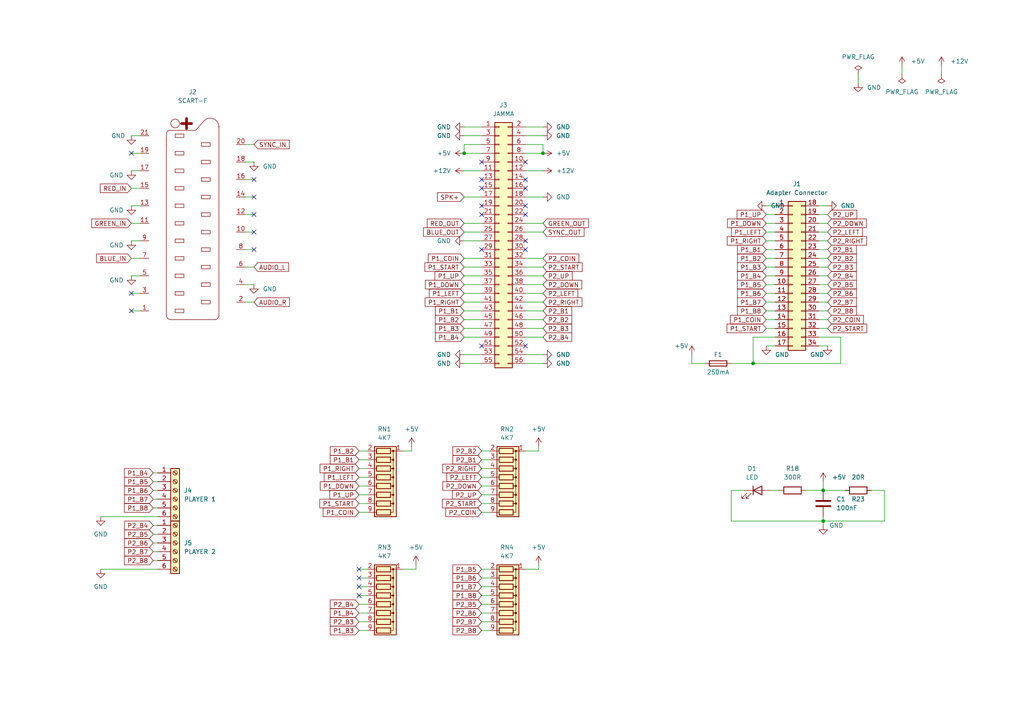
<source format=kicad_sch>
(kicad_sch (version 20211123) (generator eeschema)
  (paper "A4")
  (title_block (title "Jammacon") (date "2022-02-24") (rev "2.2") (company "Shane Kiely"))
  (lib_symbols
    (symbol "Connector:SCART-F" (pin_names (offset 0.762) hide)
      (property "Reference" "J" (at 0 31.75 0))
      (property "Value" "SCART-F" (at 1.016 -29.21 0))
      (symbol "SCART-F_0_1"
        (text "+" (at -1.778 29.21 0) (effects (font (size 3.81 3.81) bold)))
      )
      (symbol "SCART-F_1_1"
        (pin passive line (at -15.24 -25.4 0) (length 2.54) (name "P1") (number "1"))
        (pin passive line (at 15.24 -2.54 180) (length 2.54) (name "P10") (number "10"))
        (pin passive line (at -15.24 0 0) (length 2.54) (name "P11") (number "11"))
        (pin passive line (at 15.24 2.54 180) (length 2.54) (name "P12") (number "12"))
        (pin passive line (at -15.24 5.08 0) (length 2.54) (name "P13") (number "13"))
        (pin passive line (at 15.24 7.62 180) (length 2.54) (name "P14") (number "14"))
        (pin passive line (at -15.24 10.16 0) (length 2.54) (name "P15") (number "15"))
        (pin passive line (at 15.24 12.7 180) (length 2.54) (name "P16") (number "16"))
        (pin passive line (at -15.24 15.24 0) (length 2.54) (name "P17") (number "17"))
        (pin passive line (at 15.24 17.78 180) (length 2.54) (name "P18") (number "18"))
        (pin passive line (at -15.24 20.32 0) (length 2.54) (name "P19") (number "19"))
        (pin passive line (at 15.24 -22.86 180) (length 2.54) (name "P2") (number "2"))
        (pin passive line (at 15.24 22.86 180) (length 2.54) (name "P20") (number "20"))
        (pin passive line (at -15.24 25.4 0) (length 2.54) (name "P21") (number "21"))
        (pin passive line (at -15.24 -20.32 0) (length 2.54) (name "P3") (number "3"))
        (pin passive line (at 15.24 -17.78 180) (length 2.54) (name "P4") (number "4"))
        (pin passive line (at -15.24 -15.24 0) (length 2.54) (name "P5") (number "5"))
        (pin passive line (at 15.24 -12.7 180) (length 2.54) (name "P6") (number "6"))
        (pin passive line (at -15.24 -10.16 0) (length 2.54) (name "P7") (number "7"))
        (pin passive line (at 15.24 -7.62 180) (length 2.54) (name "P8") (number "8"))
        (pin passive line (at -15.24 -5.08 0) (length 2.54) (name "P9") (number "9"))
      )
    )
    (symbol "Connector:Screw_Terminal_01x06" (pin_names (offset 1.016) hide)
      (property "Reference" "J" (at 0 7.62 0))
      (property "Value" "Screw_Terminal_01x06" (at 0 -10.16 0))
      (symbol "Screw_Terminal_01x06_1_1"
        (pin passive line (at -5.08 5.08 0) (length 3.81) (name "Pin_1") (number "1"))
        (pin passive line (at -5.08 2.54 0) (length 3.81) (name "Pin_2") (number "2"))
        (pin passive line (at -5.08 0 0) (length 3.81) (name "Pin_3") (number "3"))
        (pin passive line (at -5.08 -2.54 0) (length 3.81) (name "Pin_4") (number "4"))
        (pin passive line (at -5.08 -5.08 0) (length 3.81) (name "Pin_5") (number "5"))
        (pin passive line (at -5.08 -7.62 0) (length 3.81) (name "Pin_6") (number "6"))
      )
    )
    (symbol "Connector_Generic:Conn_02x17_Top_Bottom" (pin_names (offset 1.016) hide)
      (property "Reference" "J" (at 1.27 22.86 0))
      (property "Value" "Conn_02x17_Top_Bottom" (at 1.27 -22.86 0))
      (symbol "Conn_02x17_Top_Bottom_1_1"
        (pin passive line (at -5.08 20.32 0) (length 3.81) (name "Pin_1") (number "1"))
        (pin passive line (at -5.08 -2.54 0) (length 3.81) (name "Pin_10") (number "10"))
        (pin passive line (at -5.08 -5.08 0) (length 3.81) (name "Pin_11") (number "11"))
        (pin passive line (at -5.08 -7.62 0) (length 3.81) (name "Pin_12") (number "12"))
        (pin passive line (at -5.08 -10.16 0) (length 3.81) (name "Pin_13") (number "13"))
        (pin passive line (at -5.08 -12.7 0) (length 3.81) (name "Pin_14") (number "14"))
        (pin passive line (at -5.08 -15.24 0) (length 3.81) (name "Pin_15") (number "15"))
        (pin passive line (at -5.08 -17.78 0) (length 3.81) (name "Pin_16") (number "16"))
        (pin passive line (at -5.08 -20.32 0) (length 3.81) (name "Pin_17") (number "17"))
        (pin passive line (at 7.62 20.32 180) (length 3.81) (name "Pin_18") (number "18"))
        (pin passive line (at 7.62 17.78 180) (length 3.81) (name "Pin_19") (number "19"))
        (pin passive line (at -5.08 17.78 0) (length 3.81) (name "Pin_2") (number "2"))
        (pin passive line (at 7.62 15.24 180) (length 3.81) (name "Pin_20") (number "20"))
        (pin passive line (at 7.62 12.7 180) (length 3.81) (name "Pin_21") (number "21"))
        (pin passive line (at 7.62 10.16 180) (length 3.81) (name "Pin_22") (number "22"))
        (pin passive line (at 7.62 7.62 180) (length 3.81) (name "Pin_23") (number "23"))
        (pin passive line (at 7.62 5.08 180) (length 3.81) (name "Pin_24") (number "24"))
        (pin passive line (at 7.62 2.54 180) (length 3.81) (name "Pin_25") (number "25"))
        (pin passive line (at 7.62 0 180) (length 3.81) (name "Pin_26") (number "26"))
        (pin passive line (at 7.62 -2.54 180) (length 3.81) (name "Pin_27") (number "27"))
        (pin passive line (at 7.62 -5.08 180) (length 3.81) (name "Pin_28") (number "28"))
        (pin passive line (at 7.62 -7.62 180) (length 3.81) (name "Pin_29") (number "29"))
        (pin passive line (at -5.08 15.24 0) (length 3.81) (name "Pin_3") (number "3"))
        (pin passive line (at 7.62 -10.16 180) (length 3.81) (name "Pin_30") (number "30"))
        (pin passive line (at 7.62 -12.7 180) (length 3.81) (name "Pin_31") (number "31"))
        (pin passive line (at 7.62 -15.24 180) (length 3.81) (name "Pin_32") (number "32"))
        (pin passive line (at 7.62 -17.78 180) (length 3.81) (name "Pin_33") (number "33"))
        (pin passive line (at 7.62 -20.32 180) (length 3.81) (name "Pin_34") (number "34"))
        (pin passive line (at -5.08 12.7 0) (length 3.81) (name "Pin_4") (number "4"))
        (pin passive line (at -5.08 10.16 0) (length 3.81) (name "Pin_5") (number "5"))
        (pin passive line (at -5.08 7.62 0) (length 3.81) (name "Pin_6") (number "6"))
        (pin passive line (at -5.08 5.08 0) (length 3.81) (name "Pin_7") (number "7"))
        (pin passive line (at -5.08 2.54 0) (length 3.81) (name "Pin_8") (number "8"))
        (pin passive line (at -5.08 0 0) (length 3.81) (name "Pin_9") (number "9"))
      )
    )
    (symbol "Connector_Generic:Conn_02x28_Odd_Even" (pin_names (offset 1.016) hide)
      (property "Reference" "J" (at 1.27 35.56 0))
      (property "Value" "Conn_02x28_Odd_Even" (at 1.27 -38.1 0))
      (symbol "Conn_02x28_Odd_Even_1_1"
        (pin passive line (at -5.08 33.02 0) (length 3.81) (name "Pin_1") (number "1"))
        (pin passive line (at 7.62 22.86 180) (length 3.81) (name "Pin_10") (number "10"))
        (pin passive line (at -5.08 20.32 0) (length 3.81) (name "Pin_11") (number "11"))
        (pin passive line (at 7.62 20.32 180) (length 3.81) (name "Pin_12") (number "12"))
        (pin passive line (at -5.08 17.78 0) (length 3.81) (name "Pin_13") (number "13"))
        (pin passive line (at 7.62 17.78 180) (length 3.81) (name "Pin_14") (number "14"))
        (pin passive line (at -5.08 15.24 0) (length 3.81) (name "Pin_15") (number "15"))
        (pin passive line (at 7.62 15.24 180) (length 3.81) (name "Pin_16") (number "16"))
        (pin passive line (at -5.08 12.7 0) (length 3.81) (name "Pin_17") (number "17"))
        (pin passive line (at 7.62 12.7 180) (length 3.81) (name "Pin_18") (number "18"))
        (pin passive line (at -5.08 10.16 0) (length 3.81) (name "Pin_19") (number "19"))
        (pin passive line (at 7.62 33.02 180) (length 3.81) (name "Pin_2") (number "2"))
        (pin passive line (at 7.62 10.16 180) (length 3.81) (name "Pin_20") (number "20"))
        (pin passive line (at -5.08 7.62 0) (length 3.81) (name "Pin_21") (number "21"))
        (pin passive line (at 7.62 7.62 180) (length 3.81) (name "Pin_22") (number "22"))
        (pin passive line (at -5.08 5.08 0) (length 3.81) (name "Pin_23") (number "23"))
        (pin passive line (at 7.62 5.08 180) (length 3.81) (name "Pin_24") (number "24"))
        (pin passive line (at -5.08 2.54 0) (length 3.81) (name "Pin_25") (number "25"))
        (pin passive line (at 7.62 2.54 180) (length 3.81) (name "Pin_26") (number "26"))
        (pin passive line (at -5.08 0 0) (length 3.81) (name "Pin_27") (number "27"))
        (pin passive line (at 7.62 0 180) (length 3.81) (name "Pin_28") (number "28"))
        (pin passive line (at -5.08 -2.54 0) (length 3.81) (name "Pin_29") (number "29"))
        (pin passive line (at -5.08 30.48 0) (length 3.81) (name "Pin_3") (number "3"))
        (pin passive line (at 7.62 -2.54 180) (length 3.81) (name "Pin_30") (number "30"))
        (pin passive line (at -5.08 -5.08 0) (length 3.81) (name "Pin_31") (number "31"))
        (pin passive line (at 7.62 -5.08 180) (length 3.81) (name "Pin_32") (number "32"))
        (pin passive line (at -5.08 -7.62 0) (length 3.81) (name "Pin_33") (number "33"))
        (pin passive line (at 7.62 -7.62 180) (length 3.81) (name "Pin_34") (number "34"))
        (pin passive line (at -5.08 -10.16 0) (length 3.81) (name "Pin_35") (number "35"))
        (pin passive line (at 7.62 -10.16 180) (length 3.81) (name "Pin_36") (number "36"))
        (pin passive line (at -5.08 -12.7 0) (length 3.81) (name "Pin_37") (number "37"))
        (pin passive line (at 7.62 -12.7 180) (length 3.81) (name "Pin_38") (number "38"))
        (pin passive line (at -5.08 -15.24 0) (length 3.81) (name "Pin_39") (number "39"))
        (pin passive line (at 7.62 30.48 180) (length 3.81) (name "Pin_4") (number "4"))
        (pin passive line (at 7.62 -15.24 180) (length 3.81) (name "Pin_40") (number "40"))
        (pin passive line (at -5.08 -17.78 0) (length 3.81) (name "Pin_41") (number "41"))
        (pin passive line (at 7.62 -17.78 180) (length 3.81) (name "Pin_42") (number "42"))
        (pin passive line (at -5.08 -20.32 0) (length 3.81) (name "Pin_43") (number "43"))
        (pin passive line (at 7.62 -20.32 180) (length 3.81) (name "Pin_44") (number "44"))
        (pin passive line (at -5.08 -22.86 0) (length 3.81) (name "Pin_45") (number "45"))
        (pin passive line (at 7.62 -22.86 180) (length 3.81) (name "Pin_46") (number "46"))
        (pin passive line (at -5.08 -25.4 0) (length 3.81) (name "Pin_47") (number "47"))
        (pin passive line (at 7.62 -25.4 180) (length 3.81) (name "Pin_48") (number "48"))
        (pin passive line (at -5.08 -27.94 0) (length 3.81) (name "Pin_49") (number "49"))
        (pin passive line (at -5.08 27.94 0) (length 3.81) (name "Pin_5") (number "5"))
        (pin passive line (at 7.62 -27.94 180) (length 3.81) (name "Pin_50") (number "50"))
        (pin passive line (at -5.08 -30.48 0) (length 3.81) (name "Pin_51") (number "51"))
        (pin passive line (at 7.62 -30.48 180) (length 3.81) (name "Pin_52") (number "52"))
        (pin passive line (at -5.08 -33.02 0) (length 3.81) (name "Pin_53") (number "53"))
        (pin passive line (at 7.62 -33.02 180) (length 3.81) (name "Pin_54") (number "54"))
        (pin passive line (at -5.08 -35.56 0) (length 3.81) (name "Pin_55") (number "55"))
        (pin passive line (at 7.62 -35.56 180) (length 3.81) (name "Pin_56") (number "56"))
        (pin passive line (at 7.62 27.94 180) (length 3.81) (name "Pin_6") (number "6"))
        (pin passive line (at -5.08 25.4 0) (length 3.81) (name "Pin_7") (number "7"))
        (pin passive line (at 7.62 25.4 180) (length 3.81) (name "Pin_8") (number "8"))
        (pin passive line (at -5.08 22.86 0) (length 3.81) (name "Pin_9") (number "9"))
      )
    )
    (symbol "Device:C" (pin_numbers hide) (pin_names (offset 0.254))
      (property "Reference" "C" (at 0.635 2.54 0))
      (property "Value" "C" (at 0.635 -2.54 0))
      (symbol "C_1_1"
        (pin passive line (at 0 3.81 270) (length 2.794) (name "~") (number "1"))
        (pin passive line (at 0 -3.81 90) (length 2.794) (name "~") (number "2"))
      )
    )
    (symbol "Device:Fuse" (pin_numbers hide) (pin_names (offset 0))
      (property "Reference" "F" (at 2.032 0 90))
      (property "Value" "Fuse" (at -1.905 0 90))
      (symbol "Fuse_1_1"
        (pin passive line (at 0 3.81 270) (length 1.27) (name "~") (number "1"))
        (pin passive line (at 0 -3.81 90) (length 1.27) (name "~") (number "2"))
      )
    )
    (symbol "Device:LED" (pin_numbers hide) (pin_names (offset 1.016) hide)
      (property "Reference" "D" (at 0 2.54 0))
      (property "Value" "LED" (at 0 -2.54 0))
      (symbol "LED_1_1"
        (pin passive line (at -3.81 0 0) (length 2.54) (name "K") (number "1"))
        (pin passive line (at 3.81 0 180) (length 2.54) (name "A") (number "2"))
      )
    )
    (symbol "Device:R" (pin_numbers hide) (pin_names (offset 0))
      (property "Reference" "R" (at 2.032 0 90))
      (property "Value" "R" (at 0 0 90))
      (symbol "R_1_1"
        (pin passive line (at 0 3.81 270) (length 1.27) (name "~") (number "1"))
        (pin passive line (at 0 -3.81 90) (length 1.27) (name "~") (number "2"))
      )
    )
    (symbol "Device:R_Network08" (pin_names (offset 0) hide)
      (property "Reference" "RN" (at -12.7 0 90))
      (property "Value" "R_Network08" (at 10.16 0 90))
      (symbol "R_Network08_1_1"
        (pin passive line (at -10.16 5.08 270) (length 2.54) (name "common") (number "1"))
        (pin passive line (at -10.16 -5.08 90) (length 1.27) (name "R1") (number "2"))
        (pin passive line (at -7.62 -5.08 90) (length 1.27) (name "R2") (number "3"))
        (pin passive line (at -5.08 -5.08 90) (length 1.27) (name "R3") (number "4"))
        (pin passive line (at -2.54 -5.08 90) (length 1.27) (name "R4") (number "5"))
        (pin passive line (at 0 -5.08 90) (length 1.27) (name "R5") (number "6"))
        (pin passive line (at 2.54 -5.08 90) (length 1.27) (name "R6") (number "7"))
        (pin passive line (at 5.08 -5.08 90) (length 1.27) (name "R7") (number "8"))
        (pin passive line (at 7.62 -5.08 90) (length 1.27) (name "R8") (number "9"))
      )
    )
    (symbol "power:+12V" (power) (pin_names (offset 0))
      (property "Value" "+12V" (at 0 3.556 0))
      (symbol "+12V_1_1"
        (pin power_in line (at 0 0 90) (length 0) hide (name "+12V") (number "1"))
      )
    )
    (symbol "power:+5V" (power) (pin_names (offset 0))
      (property "Value" "+5V" (at 0 3.556 0))
      (symbol "+5V_1_1"
        (pin power_in line (at 0 0 90) (length 0) hide (name "+5V") (number "1"))
      )
    )
    (symbol "power:GND" (power) (pin_names (offset 0))
      (property "Value" "GND" (at 0 -3.81 0))
      (symbol "GND_1_1"
        (pin power_in line (at 0 0 270) (length 0) hide (name "GND") (number "1"))
      )
    )
    (symbol "power:PWR_FLAG" (power) (pin_numbers hide) (pin_names (offset 0) hide)
      (property "Value" "PWR_FLAG" (at 0 3.81 0))
      (symbol "PWR_FLAG_0_0"
        (pin power_out line (at 0 0 90) (length 0) (name "pwr") (number "1"))
      )
    )
  )
  (junction (at 157.48 44.45))
  (junction (at 134.62 44.45))
  (junction (at 238.76 142.24))
  (junction (at 238.76 151.13))
  (junction (at 218.44 105.41))
  (no_connect (at 139.7 52.07))
  (no_connect (at 139.7 54.61))
  (no_connect (at 152.4 52.07))
  (no_connect (at 152.4 54.61))
  (no_connect (at 139.7 62.23))
  (no_connect (at 139.7 59.69))
  (no_connect (at 152.4 69.85))
  (no_connect (at 152.4 59.69))
  (no_connect (at 152.4 62.23))
  (no_connect (at 139.7 100.33))
  (no_connect (at 152.4 100.33))
  (no_connect (at 152.4 46.99))
  (no_connect (at 139.7 46.99))
  (no_connect (at 38.1 44.45))
  (no_connect (at 38.1 90.17))
  (no_connect (at 38.1 85.09))
  (no_connect (at 73.66 72.39))
  (no_connect (at 73.66 52.07))
  (no_connect (at 73.66 57.15))
  (no_connect (at 73.66 62.23))
  (no_connect (at 73.66 67.31))
  (no_connect (at 139.7 72.39))
  (no_connect (at 152.4 72.39))
  (no_connect (at 104.14 167.64))
  (no_connect (at 104.14 170.18))
  (no_connect (at 104.14 165.1))
  (no_connect (at 104.14 172.72))
  (wire (pts (xy 71.12 67.31) (xy 73.66 67.31)))
  (wire (pts (xy 223.52 142.24) (xy 226.06 142.24)))
  (wire (pts (xy 38.1 54.61) (xy 40.64 54.61)))
  (wire (pts (xy 152.4 165.1) (xy 156.21 165.1)))
  (wire (pts (xy 233.68 142.24) (xy 238.76 142.24)))
  (wire (pts (xy 152.4 87.63) (xy 157.48 87.63)))
  (wire (pts (xy 139.7 170.18) (xy 142.24 170.18)))
  (wire (pts (xy 139.7 140.97) (xy 142.24 140.97)))
  (wire (pts (xy 152.4 97.79) (xy 157.48 97.79)))
  (wire (pts (xy 218.44 105.41) (xy 243.84 105.41)))
  (wire (pts (xy 139.7 143.51) (xy 142.24 143.51)))
  (wire (pts (xy 139.7 180.34) (xy 142.24 180.34)))
  (wire (pts (xy 237.49 59.69) (xy 240.03 59.69)))
  (wire (pts (xy 237.49 74.93) (xy 240.03 74.93)))
  (wire (pts (xy 139.7 165.1) (xy 142.24 165.1)))
  (wire (pts (xy 238.76 142.24) (xy 245.11 142.24)))
  (wire (pts (xy 218.44 97.79) (xy 224.79 97.79)))
  (wire (pts (xy 152.4 102.87) (xy 157.48 102.87)))
  (wire (pts (xy 222.25 87.63) (xy 224.79 87.63)))
  (wire (pts (xy 237.49 85.09) (xy 240.03 85.09)))
  (wire (pts (xy 222.25 74.93) (xy 224.79 74.93)))
  (wire (pts (xy 104.14 182.88) (xy 106.68 182.88)))
  (wire (pts (xy 44.45 137.16) (xy 45.72 137.16)))
  (wire (pts (xy 237.49 80.01) (xy 240.03 80.01)))
  (wire (pts (xy 152.4 36.83) (xy 157.48 36.83)))
  (wire (pts (xy 29.21 149.86) (xy 45.72 149.86)))
  (wire (pts (xy 152.4 39.37) (xy 157.48 39.37)))
  (wire (pts (xy 237.49 69.85) (xy 240.03 69.85)))
  (wire (pts (xy 152.4 67.31) (xy 157.48 67.31)))
  (wire (pts (xy 104.14 165.1) (xy 106.68 165.1)))
  (wire (pts (xy 152.4 105.41) (xy 157.48 105.41)))
  (wire (pts (xy 222.25 62.23) (xy 224.79 62.23)))
  (wire (pts (xy 222.25 59.69) (xy 224.79 59.69)))
  (wire (pts (xy 38.1 49.53) (xy 40.64 49.53)))
  (wire (pts (xy 139.7 177.8) (xy 142.24 177.8)))
  (wire (pts (xy 134.62 74.93) (xy 139.7 74.93)))
  (wire (pts (xy 104.14 148.59) (xy 106.68 148.59)))
  (wire (pts (xy 134.62 90.17) (xy 139.7 90.17)))
  (wire (pts (xy 152.4 49.53) (xy 157.48 49.53)))
  (wire (pts (xy 139.7 175.26) (xy 142.24 175.26)))
  (wire (pts (xy 134.62 69.85) (xy 139.7 69.85)))
  (wire (pts (xy 237.49 97.79) (xy 243.84 97.79)))
  (wire (pts (xy 152.4 44.45) (xy 157.48 44.45)))
  (wire (pts (xy 222.25 69.85) (xy 224.79 69.85)))
  (wire (pts (xy 215.9 142.24) (xy 212.09 142.24)))
  (wire (pts (xy 119.38 129.54) (xy 119.38 130.81)))
  (wire (pts (xy 152.4 57.15) (xy 157.48 57.15)))
  (wire (pts (xy 44.45 154.94) (xy 45.72 154.94)))
  (wire (pts (xy 152.4 92.71) (xy 157.48 92.71)))
  (wire (pts (xy 134.62 36.83) (xy 139.7 36.83)))
  (wire (pts (xy 139.7 133.35) (xy 142.24 133.35)))
  (wire (pts (xy 104.14 172.72) (xy 106.68 172.72)))
  (wire (pts (xy 134.62 97.79) (xy 139.7 97.79)))
  (wire (pts (xy 134.62 39.37) (xy 139.7 39.37)))
  (wire (pts (xy 152.4 95.25) (xy 157.48 95.25)))
  (wire (pts (xy 38.1 44.45) (xy 40.64 44.45)))
  (wire (pts (xy 71.12 41.91) (xy 73.66 41.91)))
  (wire (pts (xy 104.14 170.18) (xy 106.68 170.18)))
  (wire (pts (xy 44.45 162.56) (xy 45.72 162.56)))
  (wire (pts (xy 29.21 165.1) (xy 45.72 165.1)))
  (wire (pts (xy 134.62 64.77) (xy 139.7 64.77)))
  (wire (pts (xy 134.62 80.01) (xy 139.7 80.01)))
  (wire (pts (xy 152.4 64.77) (xy 157.48 64.77)))
  (wire (pts (xy 104.14 133.35) (xy 106.68 133.35)))
  (wire (pts (xy 134.62 82.55) (xy 139.7 82.55)))
  (wire (pts (xy 44.45 157.48) (xy 45.72 157.48)))
  (wire (pts (xy 152.4 41.91) (xy 157.48 41.91)))
  (wire (pts (xy 212.09 151.13) (xy 238.76 151.13)))
  (wire (pts (xy 104.14 146.05) (xy 106.68 146.05)))
  (wire (pts (xy 139.7 148.59) (xy 142.24 148.59)))
  (wire (pts (xy 38.1 64.77) (xy 40.64 64.77)))
  (wire (pts (xy 139.7 172.72) (xy 142.24 172.72)))
  (wire (pts (xy 237.49 64.77) (xy 240.03 64.77)))
  (wire (pts (xy 44.45 139.7) (xy 45.72 139.7)))
  (wire (pts (xy 71.12 77.47) (xy 73.66 77.47)))
  (wire (pts (xy 44.45 142.24) (xy 45.72 142.24)))
  (wire (pts (xy 252.73 142.24) (xy 256.54 142.24)))
  (wire (pts (xy 134.62 77.47) (xy 139.7 77.47)))
  (wire (pts (xy 139.7 138.43) (xy 142.24 138.43)))
  (wire (pts (xy 222.25 77.47) (xy 224.79 77.47)))
  (wire (pts (xy 238.76 139.7) (xy 238.76 142.24)))
  (wire (pts (xy 237.49 100.33) (xy 240.03 100.33)))
  (wire (pts (xy 104.14 143.51) (xy 106.68 143.51)))
  (wire (pts (xy 273.05 19.05) (xy 273.05 21.59)))
  (wire (pts (xy 237.49 82.55) (xy 240.03 82.55)))
  (wire (pts (xy 222.25 72.39) (xy 224.79 72.39)))
  (wire (pts (xy 116.84 165.1) (xy 120.65 165.1)))
  (wire (pts (xy 134.62 92.71) (xy 139.7 92.71)))
  (wire (pts (xy 152.4 85.09) (xy 157.48 85.09)))
  (wire (pts (xy 222.25 90.17) (xy 224.79 90.17)))
  (wire (pts (xy 38.1 80.01) (xy 40.64 80.01)))
  (wire (pts (xy 139.7 182.88) (xy 142.24 182.88)))
  (wire (pts (xy 256.54 142.24) (xy 256.54 151.13)))
  (wire (pts (xy 238.76 151.13) (xy 238.76 152.4)))
  (wire (pts (xy 38.1 69.85) (xy 40.64 69.85)))
  (wire (pts (xy 104.14 175.26) (xy 106.68 175.26)))
  (wire (pts (xy 44.45 160.02) (xy 45.72 160.02)))
  (wire (pts (xy 38.1 39.37) (xy 40.64 39.37)))
  (wire (pts (xy 157.48 41.91) (xy 157.48 44.45)))
  (wire (pts (xy 71.12 57.15) (xy 73.66 57.15)))
  (wire (pts (xy 134.62 105.41) (xy 139.7 105.41)))
  (wire (pts (xy 38.1 74.93) (xy 40.64 74.93)))
  (wire (pts (xy 44.45 144.78) (xy 45.72 144.78)))
  (wire (pts (xy 222.25 80.01) (xy 224.79 80.01)))
  (wire (pts (xy 243.84 97.79) (xy 243.84 105.41)))
  (wire (pts (xy 139.7 167.64) (xy 142.24 167.64)))
  (wire (pts (xy 237.49 62.23) (xy 240.03 62.23)))
  (wire (pts (xy 71.12 46.99) (xy 73.66 46.99)))
  (wire (pts (xy 104.14 138.43) (xy 106.68 138.43)))
  (wire (pts (xy 116.84 130.81) (xy 119.38 130.81)))
  (wire (pts (xy 237.49 77.47) (xy 240.03 77.47)))
  (wire (pts (xy 139.7 130.81) (xy 142.24 130.81)))
  (wire (pts (xy 261.62 19.05) (xy 261.62 21.59)))
  (wire (pts (xy 156.21 163.83) (xy 156.21 165.1)))
  (wire (pts (xy 156.21 129.54) (xy 156.21 130.81)))
  (wire (pts (xy 237.49 87.63) (xy 240.03 87.63)))
  (wire (pts (xy 134.62 41.91) (xy 139.7 41.91)))
  (wire (pts (xy 238.76 151.13) (xy 256.54 151.13)))
  (wire (pts (xy 222.25 85.09) (xy 224.79 85.09)))
  (wire (pts (xy 218.44 105.41) (xy 218.44 97.79)))
  (wire (pts (xy 200.66 105.41) (xy 204.47 105.41)))
  (wire (pts (xy 139.7 135.89) (xy 142.24 135.89)))
  (wire (pts (xy 152.4 77.47) (xy 157.48 77.47)))
  (wire (pts (xy 44.45 152.4) (xy 45.72 152.4)))
  (wire (pts (xy 134.62 102.87) (xy 139.7 102.87)))
  (wire (pts (xy 104.14 130.81) (xy 106.68 130.81)))
  (wire (pts (xy 237.49 90.17) (xy 240.03 90.17)))
  (wire (pts (xy 71.12 87.63) (xy 73.66 87.63)))
  (wire (pts (xy 134.62 44.45) (xy 139.7 44.45)))
  (wire (pts (xy 222.25 67.31) (xy 224.79 67.31)))
  (wire (pts (xy 200.66 102.87) (xy 200.66 105.41)))
  (wire (pts (xy 71.12 82.55) (xy 73.66 82.55)))
  (wire (pts (xy 104.14 177.8) (xy 106.68 177.8)))
  (wire (pts (xy 71.12 62.23) (xy 73.66 62.23)))
  (wire (pts (xy 237.49 92.71) (xy 240.03 92.71)))
  (wire (pts (xy 134.62 41.91) (xy 134.62 44.45)))
  (wire (pts (xy 152.4 80.01) (xy 157.48 80.01)))
  (wire (pts (xy 248.92 21.59) (xy 248.92 24.13)))
  (wire (pts (xy 222.25 64.77) (xy 224.79 64.77)))
  (wire (pts (xy 38.1 59.69) (xy 40.64 59.69)))
  (wire (pts (xy 212.09 105.41) (xy 218.44 105.41)))
  (wire (pts (xy 134.62 87.63) (xy 139.7 87.63)))
  (wire (pts (xy 238.76 149.86) (xy 238.76 151.13)))
  (wire (pts (xy 139.7 146.05) (xy 142.24 146.05)))
  (wire (pts (xy 152.4 90.17) (xy 157.48 90.17)))
  (wire (pts (xy 222.25 95.25) (xy 224.79 95.25)))
  (wire (pts (xy 212.09 142.24) (xy 212.09 151.13)))
  (wire (pts (xy 134.62 95.25) (xy 139.7 95.25)))
  (wire (pts (xy 71.12 52.07) (xy 73.66 52.07)))
  (wire (pts (xy 152.4 74.93) (xy 157.48 74.93)))
  (wire (pts (xy 104.14 180.34) (xy 106.68 180.34)))
  (wire (pts (xy 104.14 167.64) (xy 106.68 167.64)))
  (wire (pts (xy 38.1 85.09) (xy 40.64 85.09)))
  (wire (pts (xy 222.25 92.71) (xy 224.79 92.71)))
  (wire (pts (xy 120.65 163.83) (xy 120.65 165.1)))
  (wire (pts (xy 38.1 90.17) (xy 40.64 90.17)))
  (wire (pts (xy 237.49 67.31) (xy 240.03 67.31)))
  (wire (pts (xy 104.14 135.89) (xy 106.68 135.89)))
  (wire (pts (xy 134.62 67.31) (xy 139.7 67.31)))
  (wire (pts (xy 152.4 82.55) (xy 157.48 82.55)))
  (wire (pts (xy 237.49 72.39) (xy 240.03 72.39)))
  (wire (pts (xy 104.14 140.97) (xy 106.68 140.97)))
  (wire (pts (xy 134.62 85.09) (xy 139.7 85.09)))
  (wire (pts (xy 237.49 95.25) (xy 240.03 95.25)))
  (wire (pts (xy 222.25 82.55) (xy 224.79 82.55)))
  (wire (pts (xy 134.62 49.53) (xy 139.7 49.53)))
  (wire (pts (xy 152.4 130.81) (xy 156.21 130.81)))
  (wire (pts (xy 71.12 72.39) (xy 73.66 72.39)))
  (wire (pts (xy 222.25 100.33) (xy 224.79 100.33)))
  (wire (pts (xy 134.62 57.15) (xy 139.7 57.15)))
  (wire (pts (xy 44.45 147.32) (xy 45.72 147.32)))
  (global_label "P1_B3" (shape input) (at 134.62 95.25 180) (property "Intersheet References" "${INTERSHEET_REFS}" (effects hide)))
  (global_label "P1_B1" (shape input) (at 222.25 72.39 180) (property "Intersheet References" "${INTERSHEET_REFS}" (effects hide)))
  (global_label "P1_LEFT" (shape input) (at 222.25 67.31 180) (property "Intersheet References" "${INTERSHEET_REFS}" (effects hide)))
  (global_label "P1_RIGHT" (shape input) (at 134.62 87.63 180) (property "Intersheet References" "${INTERSHEET_REFS}" (effects hide)))
  (global_label "P1_UP" (shape input) (at 104.14 143.51 180) (property "Intersheet References" "${INTERSHEET_REFS}" (effects hide)))
  (global_label "P2_RIGHT" (shape input) (at 157.48 87.63 0) (property "Intersheet References" "${INTERSHEET_REFS}" (effects hide)))
  (global_label "P1_DOWN" (shape input) (at 104.14 140.97 180) (property "Intersheet References" "${INTERSHEET_REFS}" (effects hide)))
  (global_label "P1_START" (shape input) (at 104.14 146.05 180) (property "Intersheet References" "${INTERSHEET_REFS}" (effects hide)))
  (global_label "P2_COIN" (shape input) (at 139.7 148.59 180) (property "Intersheet References" "${INTERSHEET_REFS}" (effects hide)))
  (global_label "P2_B8" (shape input) (at 139.7 182.88 180) (property "Intersheet References" "${INTERSHEET_REFS}" (effects hide)))
  (global_label "P2_START" (shape input) (at 240.03 95.25 0) (property "Intersheet References" "${INTERSHEET_REFS}" (effects hide)))
  (global_label "P1_LEFT" (shape input) (at 134.62 85.09 180) (property "Intersheet References" "${INTERSHEET_REFS}" (effects hide)))
  (global_label "P2_DOWN" (shape input) (at 139.7 140.97 180) (property "Intersheet References" "${INTERSHEET_REFS}" (effects hide)))
  (global_label "AUDIO_R" (shape input) (at 73.66 87.63 0) (property "Intersheet References" "${INTERSHEET_REFS}" (effects hide)))
  (global_label "P1_B5" (shape input) (at 44.45 139.7 180) (property "Intersheet References" "${INTERSHEET_REFS}" (effects hide)))
  (global_label "P1_B4" (shape input) (at 44.45 137.16 180) (property "Intersheet References" "${INTERSHEET_REFS}" (effects hide)))
  (global_label "P1_B3" (shape input) (at 222.25 77.47 180) (property "Intersheet References" "${INTERSHEET_REFS}" (effects hide)))
  (global_label "P2_B6" (shape input) (at 240.03 85.09 0) (property "Intersheet References" "${INTERSHEET_REFS}" (effects hide)))
  (global_label "P2_LEFT" (shape input) (at 157.48 85.09 0) (property "Intersheet References" "${INTERSHEET_REFS}" (effects hide)))
  (global_label "P1_B4" (shape input) (at 104.14 177.8 180) (property "Intersheet References" "${INTERSHEET_REFS}" (effects hide)))
  (global_label "P2_COIN" (shape input) (at 157.48 74.93 0) (property "Intersheet References" "${INTERSHEET_REFS}" (effects hide)))
  (global_label "P2_B6" (shape input) (at 139.7 177.8 180) (property "Intersheet References" "${INTERSHEET_REFS}" (effects hide)))
  (global_label "P1_B4" (shape input) (at 222.25 80.01 180) (property "Intersheet References" "${INTERSHEET_REFS}" (effects hide)))
  (global_label "P1_COIN" (shape input) (at 104.14 148.59 180) (property "Intersheet References" "${INTERSHEET_REFS}" (effects hide)))
  (global_label "P2_B6" (shape input) (at 44.45 157.48 180) (property "Intersheet References" "${INTERSHEET_REFS}" (effects hide)))
  (global_label "P1_B8" (shape input) (at 139.7 172.72 180) (property "Intersheet References" "${INTERSHEET_REFS}" (effects hide)))
  (global_label "P1_B2" (shape input) (at 222.25 74.93 180) (property "Intersheet References" "${INTERSHEET_REFS}" (effects hide)))
  (global_label "P2_B5" (shape input) (at 240.03 82.55 0) (property "Intersheet References" "${INTERSHEET_REFS}" (effects hide)))
  (global_label "RED_OUT" (shape input) (at 134.62 64.77 180) (property "Intersheet References" "${INTERSHEET_REFS}" (effects hide)))
  (global_label "P2_RIGHT" (shape input) (at 240.03 69.85 0) (property "Intersheet References" "${INTERSHEET_REFS}" (effects hide)))
  (global_label "P2_B3" (shape input) (at 240.03 77.47 0) (property "Intersheet References" "${INTERSHEET_REFS}" (effects hide)))
  (global_label "P1_RIGHT" (shape input) (at 104.14 135.89 180) (property "Intersheet References" "${INTERSHEET_REFS}" (effects hide)))
  (global_label "BLUE_OUT" (shape input) (at 134.62 67.31 180) (property "Intersheet References" "${INTERSHEET_REFS}" (effects hide)))
  (global_label "P2_LEFT" (shape input) (at 139.7 138.43 180) (property "Intersheet References" "${INTERSHEET_REFS}" (effects hide)))
  (global_label "P1_B5" (shape input) (at 222.25 82.55 180) (property "Intersheet References" "${INTERSHEET_REFS}" (effects hide)))
  (global_label "P1_B2" (shape input) (at 134.62 92.71 180) (property "Intersheet References" "${INTERSHEET_REFS}" (effects hide)))
  (global_label "P2_UP" (shape input) (at 139.7 143.51 180) (property "Intersheet References" "${INTERSHEET_REFS}" (effects hide)))
  (global_label "P1_B7" (shape input) (at 44.45 144.78 180) (property "Intersheet References" "${INTERSHEET_REFS}" (effects hide)))
  (global_label "P2_B7" (shape input) (at 240.03 87.63 0) (property "Intersheet References" "${INTERSHEET_REFS}" (effects hide)))
  (global_label "P2_B5" (shape input) (at 139.7 175.26 180) (property "Intersheet References" "${INTERSHEET_REFS}" (effects hide)))
  (global_label "P1_B8" (shape input) (at 44.45 147.32 180) (property "Intersheet References" "${INTERSHEET_REFS}" (effects hide)))
  (global_label "P2_B3" (shape input) (at 157.48 95.25 0) (property "Intersheet References" "${INTERSHEET_REFS}" (effects hide)))
  (global_label "P2_START" (shape input) (at 157.48 77.47 0) (property "Intersheet References" "${INTERSHEET_REFS}" (effects hide)))
  (global_label "P2_DOWN" (shape input) (at 157.48 82.55 0) (property "Intersheet References" "${INTERSHEET_REFS}" (effects hide)))
  (global_label "AUDIO_L" (shape input) (at 73.66 77.47 0) (property "Intersheet References" "${INTERSHEET_REFS}" (effects hide)))
  (global_label "P2_B5" (shape input) (at 44.45 154.94 180) (property "Intersheet References" "${INTERSHEET_REFS}" (effects hide)))
  (global_label "P1_START" (shape input) (at 134.62 77.47 180) (property "Intersheet References" "${INTERSHEET_REFS}" (effects hide)))
  (global_label "P1_UP" (shape input) (at 134.62 80.01 180) (property "Intersheet References" "${INTERSHEET_REFS}" (effects hide)))
  (global_label "P2_B7" (shape input) (at 44.45 160.02 180) (property "Intersheet References" "${INTERSHEET_REFS}" (effects hide)))
  (global_label "P2_B8" (shape input) (at 44.45 162.56 180) (property "Intersheet References" "${INTERSHEET_REFS}" (effects hide)))
  (global_label "P2_B2" (shape input) (at 240.03 74.93 0) (property "Intersheet References" "${INTERSHEET_REFS}" (effects hide)))
  (global_label "P1_B3" (shape input) (at 104.14 182.88 180) (property "Intersheet References" "${INTERSHEET_REFS}" (effects hide)))
  (global_label "P2_B4" (shape input) (at 104.14 175.26 180) (property "Intersheet References" "${INTERSHEET_REFS}" (effects hide)))
  (global_label "P1_RIGHT" (shape input) (at 222.25 69.85 180) (property "Intersheet References" "${INTERSHEET_REFS}" (effects hide)))
  (global_label "RED_IN" (shape input) (at 38.1 54.61 180) (property "Intersheet References" "${INTERSHEET_REFS}" (effects hide)))
  (global_label "P2_B7" (shape input) (at 139.7 180.34 180) (property "Intersheet References" "${INTERSHEET_REFS}" (effects hide)))
  (global_label "P1_B1" (shape input) (at 104.14 133.35 180) (property "Intersheet References" "${INTERSHEET_REFS}" (effects hide)))
  (global_label "P2_B4" (shape input) (at 157.48 97.79 0) (property "Intersheet References" "${INTERSHEET_REFS}" (effects hide)))
  (global_label "P1_COIN" (shape input) (at 222.25 92.71 180) (property "Intersheet References" "${INTERSHEET_REFS}" (effects hide)))
  (global_label "P2_B3" (shape input) (at 104.14 180.34 180) (property "Intersheet References" "${INTERSHEET_REFS}" (effects hide)))
  (global_label "GREEN_OUT" (shape input) (at 157.48 64.77 0) (property "Intersheet References" "${INTERSHEET_REFS}" (effects hide)))
  (global_label "P1_B1" (shape input) (at 134.62 90.17 180) (property "Intersheet References" "${INTERSHEET_REFS}" (effects hide)))
  (global_label "P2_START" (shape input) (at 139.7 146.05 180) (property "Intersheet References" "${INTERSHEET_REFS}" (effects hide)))
  (global_label "P2_B8" (shape input) (at 240.03 90.17 0) (property "Intersheet References" "${INTERSHEET_REFS}" (effects hide)))
  (global_label "P1_B8" (shape input) (at 222.25 90.17 180) (property "Intersheet References" "${INTERSHEET_REFS}" (effects hide)))
  (global_label "P2_B4" (shape input) (at 44.45 152.4 180) (property "Intersheet References" "${INTERSHEET_REFS}" (effects hide)))
  (global_label "P2_B1" (shape input) (at 240.03 72.39 0) (property "Intersheet References" "${INTERSHEET_REFS}" (effects hide)))
  (global_label "P1_COIN" (shape input) (at 134.62 74.93 180) (property "Intersheet References" "${INTERSHEET_REFS}" (effects hide)))
  (global_label "P2_UP" (shape input) (at 240.03 62.23 0) (property "Intersheet References" "${INTERSHEET_REFS}" (effects hide)))
  (global_label "P2_B4" (shape input) (at 240.03 80.01 0) (property "Intersheet References" "${INTERSHEET_REFS}" (effects hide)))
  (global_label "P1_B6" (shape input) (at 222.25 85.09 180) (property "Intersheet References" "${INTERSHEET_REFS}" (effects hide)))
  (global_label "P1_B7" (shape input) (at 222.25 87.63 180) (property "Intersheet References" "${INTERSHEET_REFS}" (effects hide)))
  (global_label "P2_B2" (shape input) (at 157.48 92.71 0) (property "Intersheet References" "${INTERSHEET_REFS}" (effects hide)))
  (global_label "P1_B6" (shape input) (at 44.45 142.24 180) (property "Intersheet References" "${INTERSHEET_REFS}" (effects hide)))
  (global_label "P2_UP" (shape input) (at 157.48 80.01 0) (property "Intersheet References" "${INTERSHEET_REFS}" (effects hide)))
  (global_label "P2_LEFT" (shape input) (at 240.03 67.31 0) (property "Intersheet References" "${INTERSHEET_REFS}" (effects hide)))
  (global_label "GREEN_IN" (shape input) (at 38.1 64.77 180) (property "Intersheet References" "${INTERSHEET_REFS}" (effects hide)))
  (global_label "P2_RIGHT" (shape input) (at 139.7 135.89 180) (property "Intersheet References" "${INTERSHEET_REFS}" (effects hide)))
  (global_label "BLUE_IN" (shape input) (at 38.1 74.93 180) (property "Intersheet References" "${INTERSHEET_REFS}" (effects hide)))
  (global_label "P1_B7" (shape input) (at 139.7 170.18 180) (property "Intersheet References" "${INTERSHEET_REFS}" (effects hide)))
  (global_label "P1_UP" (shape input) (at 222.25 62.23 180) (property "Intersheet References" "${INTERSHEET_REFS}" (effects hide)))
  (global_label "P1_B2" (shape input) (at 104.14 130.81 180) (property "Intersheet References" "${INTERSHEET_REFS}" (effects hide)))
  (global_label "P2_COIN" (shape input) (at 240.03 92.71 0) (property "Intersheet References" "${INTERSHEET_REFS}" (effects hide)))
  (global_label "P2_B1" (shape input) (at 139.7 133.35 180) (property "Intersheet References" "${INTERSHEET_REFS}" (effects hide)))
  (global_label "SYNC_IN" (shape input) (at 73.66 41.91 0) (property "Intersheet References" "${INTERSHEET_REFS}" (effects hide)))
  (global_label "P1_START" (shape input) (at 222.25 95.25 180) (property "Intersheet References" "${INTERSHEET_REFS}" (effects hide)))
  (global_label "P1_B6" (shape input) (at 139.7 167.64 180) (property "Intersheet References" "${INTERSHEET_REFS}" (effects hide)))
  (global_label "P1_LEFT" (shape input) (at 104.14 138.43 180) (property "Intersheet References" "${INTERSHEET_REFS}" (effects hide)))
  (global_label "SPK+" (shape input) (at 134.62 57.15 180) (property "Intersheet References" "${INTERSHEET_REFS}" (effects hide)))
  (global_label "P1_B5" (shape input) (at 139.7 165.1 180) (property "Intersheet References" "${INTERSHEET_REFS}" (effects hide)))
  (global_label "P2_DOWN" (shape input) (at 240.03 64.77 0) (property "Intersheet References" "${INTERSHEET_REFS}" (effects hide)))
  (global_label "P1_DOWN" (shape input) (at 134.62 82.55 180) (property "Intersheet References" "${INTERSHEET_REFS}" (effects hide)))
  (global_label "SYNC_OUT" (shape input) (at 157.48 67.31 0) (property "Intersheet References" "${INTERSHEET_REFS}" (effects hide)))
  (global_label "P1_B4" (shape input) (at 134.62 97.79 180) (property "Intersheet References" "${INTERSHEET_REFS}" (effects hide)))
  (global_label "P2_B1" (shape input) (at 157.48 90.17 0) (property "Intersheet References" "${INTERSHEET_REFS}" (effects hide)))
  (global_label "P2_B2" (shape input) (at 139.7 130.81 180) (property "Intersheet References" "${INTERSHEET_REFS}" (effects hide)))
  (global_label "P1_DOWN" (shape input) (at 222.25 64.77 180) (property "Intersheet References" "${INTERSHEET_REFS}" (effects hide)))
  (symbol (lib_id "power:+12V") (at 157.48 49.53 270) (unit 1)
    (property "Reference" "#PWR0160" (effects hide))
    (property "Value" "+12V" (at 161.29 49.5299 90) (effects (justify left)))
  )
  (symbol (lib_id "power:+5V") (at 134.62 44.45 90) (unit 1)
    (property "Reference" "#PWR0138" (effects hide))
    (property "Value" "+5V" (at 130.81 44.4499 90) (effects (justify left)))
  )
  (symbol (lib_id "power:GND") (at 157.48 57.15 90) (unit 1)
    (property "Reference" "#PWR0155" (effects hide))
    (property "Value" "GND" (at 161.29 57.1499 90) (effects (justify right)))
  )
  (symbol (lib_id "power:GND") (at 73.66 82.55 0) (unit 1)
    (property "Reference" "#PWR0148" (effects hide))
    (property "Value" "GND" (at 76.2 83.8199 0) (effects (justify left)))
  )
  (symbol (lib_id "power:GND") (at 38.1 69.85 0) (unit 1)
    (property "Reference" "#PWR0143" (effects hide))
    (property "Value" "GND" (at 31.75 71.12 0) (effects (justify left)))
  )
  (symbol (lib_id "Device:R") (at 229.87 142.24 90) (unit 1)
    (property "Reference" "R18" (at 229.87 135.89 90))
    (property "Value" "300R" (at 229.87 138.43 90))
  )
  (symbol (lib_id "Device:C") (at 238.76 146.05 0) (unit 1)
    (property "Reference" "C1" (at 242.57 144.7799 0) (effects (justify left)))
    (property "Value" "100nF" (at 242.57 147.3199 0) (effects (justify left)))
  )
  (symbol (lib_id "power:+5V") (at 156.21 129.54 0) (unit 1)
    (property "Reference" "#PWR0146" (effects hide))
    (property "Value" "+5V" (at 156.21 124.46 0))
  )
  (symbol (lib_id "Connector_Generic:Conn_02x17_Top_Bottom") (at 229.87 80.01 0) (unit 1)
    (property "Reference" "J1" (at 231.14 53.34 0))
    (property "Value" "Adapter Connector" (at 231.14 55.88 0))
  )
  (symbol (lib_id "power:GND") (at 29.21 149.86 0) (unit 1)
    (property "Reference" "#PWR0151" (effects hide))
    (property "Value" "GND" (at 29.21 154.94 0))
  )
  (symbol (lib_id "Device:R_Network08") (at 111.76 140.97 270) (unit 1)
    (property "Reference" "RN1" (at 111.506 124.46 90))
    (property "Value" "4K7" (at 111.506 127 90))
    (property "Footprint" "Resistor_THT:R_Array_SIP9" (effects hide))
    (property "Datasheet" "http://www.vishay.com/docs/31509/csc.pdf" (effects hide))
  )
  (symbol (lib_id "power:+12V") (at 273.05 19.05 0) (unit 1)
    (property "Reference" "#PWR03" (effects hide))
    (property "Value" "+12V" (at 275.59 17.7799 0) (effects (justify left)))
  )
  (symbol (lib_id "power:GND") (at 134.62 36.83 270) (unit 1)
    (property "Reference" "#PWR0136" (effects hide))
    (property "Value" "GND" (at 130.81 36.8299 90) (effects (justify right)))
  )
  (symbol (lib_id "power:GND") (at 134.62 39.37 270) (unit 1)
    (property "Reference" "#PWR0137" (effects hide))
    (property "Value" "GND" (at 130.81 39.3699 90) (effects (justify right)))
  )
  (symbol (lib_id "power:PWR_FLAG") (at 273.05 21.59 180) (unit 1)
    (property "Reference" "#FLG03" (effects hide))
    (property "Value" "PWR_FLAG" (at 273.05 26.67 0))
  )
  (symbol (lib_id "power:GND") (at 38.1 49.53 0) (unit 1)
    (property "Reference" "#PWR0140" (effects hide))
    (property "Value" "GND" (at 31.75 50.8 0) (effects (justify left)))
  )
  (symbol (lib_id "Device:Fuse") (at 208.28 105.41 90) (unit 1)
    (property "Reference" "F1" (at 208.28 102.87 90))
    (property "Value" "250mA" (at 208.28 107.95 90))
  )
  (symbol (lib_id "power:GND") (at 157.48 105.41 90) (unit 1)
    (property "Reference" "#PWR0161" (effects hide))
    (property "Value" "GND" (at 161.29 105.4099 90) (effects (justify right)))
  )
  (symbol (lib_id "power:GND") (at 134.62 102.87 270) (unit 1)
    (property "Reference" "#PWR0162" (effects hide))
    (property "Value" "GND" (at 130.81 102.8699 90) (effects (justify right)))
  )
  (symbol (lib_id "power:GND") (at 29.21 165.1 0) (unit 1)
    (property "Reference" "#PWR0152" (effects hide))
    (property "Value" "GND" (at 29.21 170.18 0))
  )
  (symbol (lib_id "Device:R_Network08") (at 111.76 175.26 270) (unit 1)
    (property "Reference" "RN3" (at 111.506 158.75 90))
    (property "Value" "4K7" (at 111.506 161.29 90))
    (property "Footprint" "Resistor_THT:R_Array_SIP9" (effects hide))
    (property "Datasheet" "http://www.vishay.com/docs/31509/csc.pdf" (effects hide))
  )
  (symbol (lib_id "power:GND") (at 222.25 59.69 270) (unit 1)
    (property "Reference" "#PWR0157" (effects hide))
    (property "Value" "GND" (at 223.52 59.6899 90) (effects (justify left)))
  )
  (symbol (lib_id "power:GND") (at 38.1 39.37 0) (unit 1)
    (property "Reference" "#PWR0141" (effects hide))
    (property "Value" "GND" (at 34.29 39.37 0))
  )
  (symbol (lib_id "power:+5V") (at 156.21 163.83 0) (unit 1)
    (property "Reference" "#PWR0154" (effects hide))
    (property "Value" "+5V" (at 156.21 158.75 0))
  )
  (symbol (lib_id "power:GND") (at 134.62 105.41 270) (unit 1)
    (property "Reference" "#PWR0163" (effects hide))
    (property "Value" "GND" (at 130.81 105.4099 90) (effects (justify right)))
  )
  (symbol (lib_id "power:PWR_FLAG") (at 248.92 21.59 0) (unit 1)
    (property "Reference" "#FLG01" (effects hide))
    (property "Value" "PWR_FLAG" (at 248.92 16.51 0))
  )
  (symbol (lib_id "Connector:SCART-F") (at 55.88 64.77 0) (unit 1)
    (property "Reference" "J2" (at 55.88 26.67 0))
    (property "Value" "SCART-F" (at 55.88 29.21 0))
    (property "Datasheet" " ~" (effects hide))
  )
  (symbol (lib_id "Device:R") (at 248.92 142.24 90) (unit 1)
    (property "Reference" "R23" (at 248.92 144.78 90))
    (property "Value" "20R" (at 248.92 138.43 90))
  )
  (symbol (lib_id "Connector:Screw_Terminal_01x06") (at 50.8 142.24 0) (unit 1)
    (property "Reference" "J4" (at 53.34 142.2399 0) (effects (justify left)))
    (property "Value" "PLAYER 1" (at 53.34 144.7799 0) (effects (justify left)))
  )
  (symbol (lib_id "power:GND") (at 38.1 80.01 0) (unit 1)
    (property "Reference" "#PWR0150" (effects hide))
    (property "Value" "GND" (at 31.75 81.28 0) (effects (justify left)))
  )
  (symbol (lib_id "Device:R_Network08") (at 147.32 140.97 270) (unit 1)
    (property "Reference" "RN2" (at 147.066 124.46 90))
    (property "Value" "4K7" (at 147.066 127 90))
    (property "Footprint" "Resistor_THT:R_Array_SIP9" (effects hide))
    (property "Datasheet" "http://www.vishay.com/docs/31509/csc.pdf" (effects hide))
  )
  (symbol (lib_id "power:GND") (at 240.03 100.33 0) (unit 1)
    (property "Reference" "#PWR0168" (effects hide))
    (property "Value" "GND" (at 234.95 102.87 0) (effects (justify left)))
  )
  (symbol (lib_id "Connector_Generic:Conn_02x28_Odd_Even") (at 144.78 69.85 0) (unit 1)
    (property "Reference" "J3" (at 146.05 30.48 0))
    (property "Value" "JAMMA" (at 146.05 33.02 0))
  )
  (symbol (lib_id "Device:LED") (at 219.71 142.24 0) (unit 1)
    (property "Reference" "D1" (at 218.1225 135.89 0))
    (property "Value" "LED" (at 218.1225 138.43 0))
  )
  (symbol (lib_id "power:+5V") (at 119.38 129.54 0) (unit 1)
    (property "Reference" "#PWR0147" (effects hide))
    (property "Value" "+5V" (at 119.38 124.46 0))
  )
  (symbol (lib_id "power:GND") (at 238.76 152.4 0) (unit 1)
    (property "Reference" "#PWR0142" (effects hide))
    (property "Value" "GND" (at 242.57 152.4 0))
  )
  (symbol (lib_id "power:GND") (at 157.48 39.37 90) (unit 1)
    (property "Reference" "#PWR0159" (effects hide))
    (property "Value" "GND" (at 161.29 39.3699 90) (effects (justify right)))
  )
  (symbol (lib_id "power:PWR_FLAG") (at 261.62 21.59 180) (unit 1)
    (property "Reference" "#FLG02" (effects hide))
    (property "Value" "PWR_FLAG" (at 261.62 26.67 0))
  )
  (symbol (lib_id "power:+5V") (at 200.66 102.87 0) (unit 1)
    (property "Reference" "#PWR0167" (effects hide))
    (property "Value" "+5V" (at 195.58 100.33 0) (effects (justify left)))
  )
  (symbol (lib_id "power:+5V") (at 261.62 19.05 0) (unit 1)
    (property "Reference" "#PWR02" (effects hide))
    (property "Value" "+5V" (at 264.16 17.7799 0) (effects (justify left)))
  )
  (symbol (lib_id "power:GND") (at 38.1 59.69 0) (unit 1)
    (property "Reference" "#PWR0144" (effects hide))
    (property "Value" "GND" (at 31.75 60.96 0) (effects (justify left)))
  )
  (symbol (lib_id "power:GND") (at 248.92 24.13 0) (unit 1)
    (property "Reference" "#PWR01" (effects hide))
    (property "Value" "GND" (at 251.46 25.3999 0) (effects (justify left)))
  )
  (symbol (lib_id "power:+12V") (at 134.62 49.53 90) (unit 1)
    (property "Reference" "#PWR0139" (effects hide))
    (property "Value" "+12V" (at 130.81 49.5299 90) (effects (justify left)))
  )
  (symbol (lib_id "power:+5V") (at 120.65 163.83 0) (unit 1)
    (property "Reference" "#PWR0153" (effects hide))
    (property "Value" "+5V" (at 120.65 158.75 0))
  )
  (symbol (lib_id "Connector:Screw_Terminal_01x06") (at 50.8 157.48 0) (unit 1)
    (property "Reference" "J5" (at 53.34 157.4799 0) (effects (justify left)))
    (property "Value" "PLAYER 2" (at 53.34 160.0199 0) (effects (justify left)))
  )
  (symbol (lib_id "power:GND") (at 157.48 102.87 90) (unit 1)
    (property "Reference" "#PWR0156" (effects hide))
    (property "Value" "GND" (at 161.29 102.8699 90) (effects (justify right)))
  )
  (symbol (lib_id "power:GND") (at 240.03 59.69 90) (unit 1)
    (property "Reference" "#PWR0158" (effects hide))
    (property "Value" "GND" (at 243.84 59.6899 90) (effects (justify right)))
  )
  (symbol (lib_id "power:GND") (at 157.48 36.83 90) (unit 1)
    (property "Reference" "#PWR0165" (effects hide))
    (property "Value" "GND" (at 161.29 36.8299 90) (effects (justify right)))
  )
  (symbol (lib_id "power:+5V") (at 157.48 44.45 270) (unit 1)
    (property "Reference" "#PWR0164" (effects hide))
    (property "Value" "+5V" (at 161.29 44.4499 90) (effects (justify left)))
  )
  (symbol (lib_id "power:+5V") (at 238.76 139.7 0) (unit 1)
    (property "Reference" "#PWR0145" (effects hide))
    (property "Value" "+5V" (at 241.3 138.4299 0) (effects (justify left)))
  )
  (symbol (lib_id "Device:R_Network08") (at 147.32 175.26 270) (unit 1)
    (property "Reference" "RN4" (at 147.066 158.75 90))
    (property "Value" "4K7" (at 147.066 161.29 90))
    (property "Footprint" "Resistor_THT:R_Array_SIP9" (effects hide))
    (property "Datasheet" "http://www.vishay.com/docs/31509/csc.pdf" (effects hide))
  )
  (symbol (lib_id "power:GND") (at 73.66 46.99 0) (unit 1)
    (property "Reference" "#PWR0149" (effects hide))
    (property "Value" "GND" (at 76.2 48.2599 0) (effects (justify left)))
  )
  (symbol (lib_id "power:GND") (at 134.62 69.85 270) (unit 1)
    (property "Reference" "#PWR0166" (effects hide))
    (property "Value" "GND" (at 130.81 69.8499 90) (effects (justify right)))
  )
  (symbol (lib_id "power:GND") (at 222.25 100.33 0) (unit 1)
    (property "Reference" "#PWR0169" (effects hide))
    (property "Value" "GND" (at 224.79 102.87 0) (effects (justify left)))
  )
)
</source>
